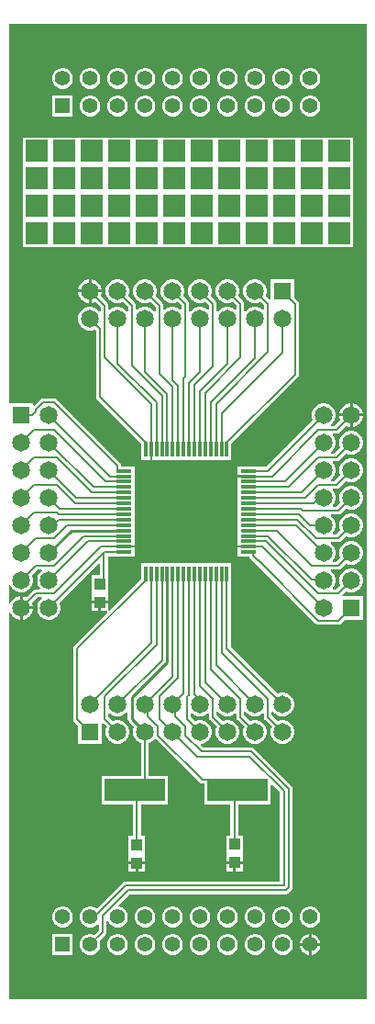
<source format=gbr>
%TF.GenerationSoftware,Altium Limited,Altium Designer,23.4.1 (23)*%
G04 Layer_Physical_Order=1*
G04 Layer_Color=255*
%FSLAX45Y45*%
%MOMM*%
%TF.SameCoordinates,6CFBE55C-8612-4E24-A10C-01F6C23EBCE3*%
%TF.FilePolarity,Positive*%
%TF.FileFunction,Copper,L1,Top,Signal*%
%TF.Part,Single*%
G01*
G75*
%TA.AperFunction,SMDPad,CuDef*%
%ADD10R,1.00000X1.10000*%
%ADD11R,1.47500X0.30000*%
%ADD12R,0.30000X1.47500*%
%ADD13R,5.60000X2.10000*%
%TA.AperFunction,Conductor*%
%ADD14C,0.25400*%
%ADD15C,0.20000*%
%TA.AperFunction,ComponentPad*%
%ADD16C,1.65000*%
%ADD17R,1.65000X1.65000*%
%ADD18R,1.65000X1.65000*%
%TA.AperFunction,ViaPad*%
%ADD19R,2.00000X2.00000*%
%TA.AperFunction,ComponentPad*%
%ADD20R,1.39000X1.39000*%
%ADD21C,1.39000*%
G36*
X3314700Y0D02*
X12700D01*
Y3571610D01*
X25400Y3573282D01*
X26453Y3569352D01*
X40659Y3544748D01*
X60748Y3524658D01*
X85352Y3510453D01*
X112795Y3503100D01*
X114300D01*
Y3611000D01*
X127000D01*
D01*
X114300D01*
Y3718900D01*
X112795D01*
X85352Y3711547D01*
X60748Y3697341D01*
X40659Y3677252D01*
X26453Y3652648D01*
X25400Y3648718D01*
X12700Y3650390D01*
Y3825610D01*
X25400Y3827282D01*
X26453Y3823352D01*
X40659Y3798748D01*
X60748Y3778658D01*
X85352Y3764453D01*
X112795Y3757100D01*
X141205D01*
X168648Y3764453D01*
X193252Y3778658D01*
X213341Y3798748D01*
X227547Y3823352D01*
X234900Y3850795D01*
Y3879205D01*
X227547Y3906648D01*
X224672Y3911628D01*
X278050Y3965007D01*
X313882D01*
X317169Y3952739D01*
X314748Y3951341D01*
X294659Y3931252D01*
X280453Y3906648D01*
X273100Y3879205D01*
Y3850795D01*
X280453Y3823352D01*
X294659Y3798748D01*
X298480Y3794927D01*
X293619Y3783193D01*
X263100D01*
X249288Y3780446D01*
X237578Y3772622D01*
X173628Y3708672D01*
X168648Y3711547D01*
X141205Y3718900D01*
X139700D01*
Y3623700D01*
X234900D01*
Y3625205D01*
X227547Y3652648D01*
X224672Y3657628D01*
X278050Y3711007D01*
X313882D01*
X317169Y3698739D01*
X314748Y3697341D01*
X294659Y3677252D01*
X280453Y3652648D01*
X273100Y3625205D01*
Y3596795D01*
X280453Y3569352D01*
X294659Y3544748D01*
X314748Y3524658D01*
X339352Y3510453D01*
X366795Y3503100D01*
X395205D01*
X422648Y3510453D01*
X447252Y3524658D01*
X467341Y3544748D01*
X481547Y3569352D01*
X488900Y3596795D01*
Y3625205D01*
X481547Y3652648D01*
X478672Y3657628D01*
X843073Y4022030D01*
X854807Y4017169D01*
Y3911900D01*
X775500D01*
Y3754600D01*
X775500Y3751100D01*
Y3741900D01*
X775500Y3738400D01*
Y3674200D01*
X850900D01*
X926300D01*
Y3738400D01*
X926300Y3741900D01*
Y3751100D01*
X926300Y3754600D01*
Y3868013D01*
X926994Y3871500D01*
Y4088906D01*
X977050D01*
Y4084600D01*
X1175350D01*
Y4134600D01*
Y4165405D01*
X1076200D01*
Y4184595D01*
X1175350D01*
Y4234600D01*
Y4334600D01*
Y4434600D01*
Y4534600D01*
Y4634600D01*
Y4734600D01*
Y4834600D01*
Y4915400D01*
X1048543D01*
Y4924286D01*
X1045796Y4938098D01*
X1037972Y4949807D01*
X455357Y5532422D01*
X443648Y5540246D01*
X429836Y5542993D01*
X332164D01*
X318352Y5540246D01*
X306643Y5532422D01*
X247600Y5473379D01*
X234900Y5478640D01*
Y5496900D01*
X25400D01*
X19100Y5496900D01*
X12700Y5506949D01*
Y8991600D01*
X3314700D01*
Y0D01*
D02*
G37*
%LPC*%
G36*
X2806494Y8586900D02*
X2781506D01*
X2757370Y8580433D01*
X2735730Y8567939D01*
X2718061Y8550270D01*
X2705567Y8528630D01*
X2699100Y8504494D01*
Y8479506D01*
X2705567Y8455370D01*
X2718061Y8433730D01*
X2735730Y8416061D01*
X2757370Y8403567D01*
X2781506Y8397100D01*
X2806494D01*
X2830630Y8403567D01*
X2852270Y8416061D01*
X2869939Y8433730D01*
X2882433Y8455370D01*
X2888900Y8479506D01*
Y8504494D01*
X2882433Y8528630D01*
X2869939Y8550270D01*
X2852270Y8567939D01*
X2830630Y8580433D01*
X2806494Y8586900D01*
D02*
G37*
G36*
X2552494D02*
X2527506D01*
X2503370Y8580433D01*
X2481730Y8567939D01*
X2464061Y8550270D01*
X2451567Y8528630D01*
X2445100Y8504494D01*
Y8479506D01*
X2451567Y8455370D01*
X2464061Y8433730D01*
X2481730Y8416061D01*
X2503370Y8403567D01*
X2527506Y8397100D01*
X2552494D01*
X2576630Y8403567D01*
X2598270Y8416061D01*
X2615939Y8433730D01*
X2628433Y8455370D01*
X2634900Y8479506D01*
Y8504494D01*
X2628433Y8528630D01*
X2615939Y8550270D01*
X2598270Y8567939D01*
X2576630Y8580433D01*
X2552494Y8586900D01*
D02*
G37*
G36*
X2298494D02*
X2273506D01*
X2249370Y8580433D01*
X2227730Y8567939D01*
X2210061Y8550270D01*
X2197567Y8528630D01*
X2191100Y8504494D01*
Y8479506D01*
X2197567Y8455370D01*
X2210061Y8433730D01*
X2227730Y8416061D01*
X2249370Y8403567D01*
X2273506Y8397100D01*
X2298494D01*
X2322630Y8403567D01*
X2344270Y8416061D01*
X2361939Y8433730D01*
X2374433Y8455370D01*
X2380900Y8479506D01*
Y8504494D01*
X2374433Y8528630D01*
X2361939Y8550270D01*
X2344270Y8567939D01*
X2322630Y8580433D01*
X2298494Y8586900D01*
D02*
G37*
G36*
X2044494D02*
X2019506D01*
X1995370Y8580433D01*
X1973730Y8567939D01*
X1956061Y8550270D01*
X1943567Y8528630D01*
X1937100Y8504494D01*
Y8479506D01*
X1943567Y8455370D01*
X1956061Y8433730D01*
X1973730Y8416061D01*
X1995370Y8403567D01*
X2019506Y8397100D01*
X2044494D01*
X2068630Y8403567D01*
X2090270Y8416061D01*
X2107939Y8433730D01*
X2120433Y8455370D01*
X2126900Y8479506D01*
Y8504494D01*
X2120433Y8528630D01*
X2107939Y8550270D01*
X2090270Y8567939D01*
X2068630Y8580433D01*
X2044494Y8586900D01*
D02*
G37*
G36*
X1790494D02*
X1765506D01*
X1741370Y8580433D01*
X1719730Y8567939D01*
X1702061Y8550270D01*
X1689567Y8528630D01*
X1683100Y8504494D01*
Y8479506D01*
X1689567Y8455370D01*
X1702061Y8433730D01*
X1719730Y8416061D01*
X1741370Y8403567D01*
X1765506Y8397100D01*
X1790494D01*
X1814630Y8403567D01*
X1836270Y8416061D01*
X1853939Y8433730D01*
X1866433Y8455370D01*
X1872900Y8479506D01*
Y8504494D01*
X1866433Y8528630D01*
X1853939Y8550270D01*
X1836270Y8567939D01*
X1814630Y8580433D01*
X1790494Y8586900D01*
D02*
G37*
G36*
X1536494D02*
X1511506D01*
X1487370Y8580433D01*
X1465730Y8567939D01*
X1448061Y8550270D01*
X1435567Y8528630D01*
X1429100Y8504494D01*
Y8479506D01*
X1435567Y8455370D01*
X1448061Y8433730D01*
X1465730Y8416061D01*
X1487370Y8403567D01*
X1511506Y8397100D01*
X1536494D01*
X1560630Y8403567D01*
X1582270Y8416061D01*
X1599939Y8433730D01*
X1612433Y8455370D01*
X1618900Y8479506D01*
Y8504494D01*
X1612433Y8528630D01*
X1599939Y8550270D01*
X1582270Y8567939D01*
X1560630Y8580433D01*
X1536494Y8586900D01*
D02*
G37*
G36*
X1282494D02*
X1257506D01*
X1233370Y8580433D01*
X1211730Y8567939D01*
X1194061Y8550270D01*
X1181567Y8528630D01*
X1175100Y8504494D01*
Y8479506D01*
X1181567Y8455370D01*
X1194061Y8433730D01*
X1211730Y8416061D01*
X1233370Y8403567D01*
X1257506Y8397100D01*
X1282494D01*
X1306630Y8403567D01*
X1328270Y8416061D01*
X1345939Y8433730D01*
X1358433Y8455370D01*
X1364900Y8479506D01*
Y8504494D01*
X1358433Y8528630D01*
X1345939Y8550270D01*
X1328270Y8567939D01*
X1306630Y8580433D01*
X1282494Y8586900D01*
D02*
G37*
G36*
X1028494D02*
X1003506D01*
X979370Y8580433D01*
X957730Y8567939D01*
X940061Y8550270D01*
X927567Y8528630D01*
X921100Y8504494D01*
Y8479506D01*
X927567Y8455370D01*
X940061Y8433730D01*
X957730Y8416061D01*
X979370Y8403567D01*
X1003506Y8397100D01*
X1028494D01*
X1052630Y8403567D01*
X1074270Y8416061D01*
X1091939Y8433730D01*
X1104433Y8455370D01*
X1110900Y8479506D01*
Y8504494D01*
X1104433Y8528630D01*
X1091939Y8550270D01*
X1074270Y8567939D01*
X1052630Y8580433D01*
X1028494Y8586900D01*
D02*
G37*
G36*
X774494D02*
X749506D01*
X725370Y8580433D01*
X703730Y8567939D01*
X686061Y8550270D01*
X673567Y8528630D01*
X667100Y8504494D01*
Y8479506D01*
X673567Y8455370D01*
X686061Y8433730D01*
X703730Y8416061D01*
X725370Y8403567D01*
X749506Y8397100D01*
X774494D01*
X798630Y8403567D01*
X820270Y8416061D01*
X837939Y8433730D01*
X850433Y8455370D01*
X856900Y8479506D01*
Y8504494D01*
X850433Y8528630D01*
X837939Y8550270D01*
X820270Y8567939D01*
X798630Y8580433D01*
X774494Y8586900D01*
D02*
G37*
G36*
X520494D02*
X495506D01*
X471370Y8580433D01*
X449730Y8567939D01*
X432061Y8550270D01*
X419567Y8528630D01*
X413100Y8504494D01*
Y8479506D01*
X419567Y8455370D01*
X432061Y8433730D01*
X449730Y8416061D01*
X471370Y8403567D01*
X495506Y8397100D01*
X520494D01*
X544630Y8403567D01*
X566270Y8416061D01*
X583939Y8433730D01*
X596433Y8455370D01*
X602900Y8479506D01*
Y8504494D01*
X596433Y8528630D01*
X583939Y8550270D01*
X566270Y8567939D01*
X544630Y8580433D01*
X520494Y8586900D01*
D02*
G37*
G36*
X2806494Y8332900D02*
X2781506D01*
X2757370Y8326433D01*
X2735730Y8313939D01*
X2718061Y8296270D01*
X2705567Y8274630D01*
X2699100Y8250494D01*
Y8225506D01*
X2705567Y8201370D01*
X2718061Y8179730D01*
X2735730Y8162061D01*
X2757370Y8149567D01*
X2781506Y8143100D01*
X2806494D01*
X2830630Y8149567D01*
X2852270Y8162061D01*
X2869939Y8179730D01*
X2882433Y8201370D01*
X2888900Y8225506D01*
Y8250494D01*
X2882433Y8274630D01*
X2869939Y8296270D01*
X2852270Y8313939D01*
X2830630Y8326433D01*
X2806494Y8332900D01*
D02*
G37*
G36*
X2552494D02*
X2527506D01*
X2503370Y8326433D01*
X2481730Y8313939D01*
X2464061Y8296270D01*
X2451567Y8274630D01*
X2445100Y8250494D01*
Y8225506D01*
X2451567Y8201370D01*
X2464061Y8179730D01*
X2481730Y8162061D01*
X2503370Y8149567D01*
X2527506Y8143100D01*
X2552494D01*
X2576630Y8149567D01*
X2598270Y8162061D01*
X2615939Y8179730D01*
X2628433Y8201370D01*
X2634900Y8225506D01*
Y8250494D01*
X2628433Y8274630D01*
X2615939Y8296270D01*
X2598270Y8313939D01*
X2576630Y8326433D01*
X2552494Y8332900D01*
D02*
G37*
G36*
X2298494D02*
X2273506D01*
X2249370Y8326433D01*
X2227730Y8313939D01*
X2210061Y8296270D01*
X2197567Y8274630D01*
X2191100Y8250494D01*
Y8225506D01*
X2197567Y8201370D01*
X2210061Y8179730D01*
X2227730Y8162061D01*
X2249370Y8149567D01*
X2273506Y8143100D01*
X2298494D01*
X2322630Y8149567D01*
X2344270Y8162061D01*
X2361939Y8179730D01*
X2374433Y8201370D01*
X2380900Y8225506D01*
Y8250494D01*
X2374433Y8274630D01*
X2361939Y8296270D01*
X2344270Y8313939D01*
X2322630Y8326433D01*
X2298494Y8332900D01*
D02*
G37*
G36*
X2044494D02*
X2019506D01*
X1995370Y8326433D01*
X1973730Y8313939D01*
X1956061Y8296270D01*
X1943567Y8274630D01*
X1937100Y8250494D01*
Y8225506D01*
X1943567Y8201370D01*
X1956061Y8179730D01*
X1973730Y8162061D01*
X1995370Y8149567D01*
X2019506Y8143100D01*
X2044494D01*
X2068630Y8149567D01*
X2090270Y8162061D01*
X2107939Y8179730D01*
X2120433Y8201370D01*
X2126900Y8225506D01*
Y8250494D01*
X2120433Y8274630D01*
X2107939Y8296270D01*
X2090270Y8313939D01*
X2068630Y8326433D01*
X2044494Y8332900D01*
D02*
G37*
G36*
X1790494D02*
X1765506D01*
X1741370Y8326433D01*
X1719730Y8313939D01*
X1702061Y8296270D01*
X1689567Y8274630D01*
X1683100Y8250494D01*
Y8225506D01*
X1689567Y8201370D01*
X1702061Y8179730D01*
X1719730Y8162061D01*
X1741370Y8149567D01*
X1765506Y8143100D01*
X1790494D01*
X1814630Y8149567D01*
X1836270Y8162061D01*
X1853939Y8179730D01*
X1866433Y8201370D01*
X1872900Y8225506D01*
Y8250494D01*
X1866433Y8274630D01*
X1853939Y8296270D01*
X1836270Y8313939D01*
X1814630Y8326433D01*
X1790494Y8332900D01*
D02*
G37*
G36*
X1536494D02*
X1511506D01*
X1487370Y8326433D01*
X1465730Y8313939D01*
X1448061Y8296270D01*
X1435567Y8274630D01*
X1429100Y8250494D01*
Y8225506D01*
X1435567Y8201370D01*
X1448061Y8179730D01*
X1465730Y8162061D01*
X1487370Y8149567D01*
X1511506Y8143100D01*
X1536494D01*
X1560630Y8149567D01*
X1582270Y8162061D01*
X1599939Y8179730D01*
X1612433Y8201370D01*
X1618900Y8225506D01*
Y8250494D01*
X1612433Y8274630D01*
X1599939Y8296270D01*
X1582270Y8313939D01*
X1560630Y8326433D01*
X1536494Y8332900D01*
D02*
G37*
G36*
X1282494D02*
X1257506D01*
X1233370Y8326433D01*
X1211730Y8313939D01*
X1194061Y8296270D01*
X1181567Y8274630D01*
X1175100Y8250494D01*
Y8225506D01*
X1181567Y8201370D01*
X1194061Y8179730D01*
X1211730Y8162061D01*
X1233370Y8149567D01*
X1257506Y8143100D01*
X1282494D01*
X1306630Y8149567D01*
X1328270Y8162061D01*
X1345939Y8179730D01*
X1358433Y8201370D01*
X1364900Y8225506D01*
Y8250494D01*
X1358433Y8274630D01*
X1345939Y8296270D01*
X1328270Y8313939D01*
X1306630Y8326433D01*
X1282494Y8332900D01*
D02*
G37*
G36*
X1028494D02*
X1003506D01*
X979370Y8326433D01*
X957730Y8313939D01*
X940061Y8296270D01*
X927567Y8274630D01*
X921100Y8250494D01*
Y8225506D01*
X927567Y8201370D01*
X940061Y8179730D01*
X957730Y8162061D01*
X979370Y8149567D01*
X1003506Y8143100D01*
X1028494D01*
X1052630Y8149567D01*
X1074270Y8162061D01*
X1091939Y8179730D01*
X1104433Y8201370D01*
X1110900Y8225506D01*
Y8250494D01*
X1104433Y8274630D01*
X1091939Y8296270D01*
X1074270Y8313939D01*
X1052630Y8326433D01*
X1028494Y8332900D01*
D02*
G37*
G36*
X774494D02*
X749506D01*
X725370Y8326433D01*
X703730Y8313939D01*
X686061Y8296270D01*
X673567Y8274630D01*
X667100Y8250494D01*
Y8225506D01*
X673567Y8201370D01*
X686061Y8179730D01*
X703730Y8162061D01*
X725370Y8149567D01*
X749506Y8143100D01*
X774494D01*
X798630Y8149567D01*
X820270Y8162061D01*
X837939Y8179730D01*
X850433Y8201370D01*
X856900Y8225506D01*
Y8250494D01*
X850433Y8274630D01*
X837939Y8296270D01*
X820270Y8313939D01*
X798630Y8326433D01*
X774494Y8332900D01*
D02*
G37*
G36*
X602900D02*
X413100D01*
Y8143100D01*
X602900D01*
Y8332900D01*
D02*
G37*
G36*
X2935300Y7948600D02*
X2922600Y7948600D01*
X2690800D01*
X2681300Y7948600D01*
X2668600Y7948600D01*
X2436800D01*
X2427300Y7948600D01*
X2414600Y7948600D01*
X2182800D01*
X2173300Y7948600D01*
X2160600Y7948600D01*
X1928800D01*
X1919300Y7948600D01*
X1906600Y7948600D01*
X1674800D01*
X1665300Y7948600D01*
X1652600Y7948600D01*
X1420800D01*
X1411300Y7948600D01*
X1398600Y7948600D01*
X1166800D01*
X1157300Y7948600D01*
X1144600Y7948600D01*
X912800D01*
X903300Y7948600D01*
X890600Y7948600D01*
X658800D01*
X649300Y7948600D01*
X636600Y7948600D01*
X404800D01*
X395300Y7948600D01*
X382600Y7948600D01*
X141300D01*
Y7707300D01*
X141300Y7697800D01*
X141300Y7685100D01*
Y7453300D01*
X141300Y7443800D01*
X141300Y7431100D01*
Y7199300D01*
X141300Y7189800D01*
X141300Y7177100D01*
Y6935800D01*
X382600D01*
X392100Y6935800D01*
X404800Y6935800D01*
X636600D01*
X646100Y6935800D01*
X658800Y6935800D01*
X890600D01*
X900100Y6935800D01*
X912800Y6935800D01*
X1144600D01*
X1154100Y6935800D01*
X1166800Y6935800D01*
X1398600D01*
X1408100Y6935800D01*
X1420800Y6935800D01*
X1652600D01*
X1662100Y6935800D01*
X1674800Y6935800D01*
X1906600D01*
X1916100Y6935800D01*
X1928800Y6935800D01*
X2160600D01*
X2170100Y6935800D01*
X2182800Y6935800D01*
X2414600D01*
X2424100Y6935800D01*
X2436800Y6935800D01*
X2668600D01*
X2678100Y6935800D01*
X2690800Y6935800D01*
X2922600D01*
X2932100Y6935800D01*
X2944800Y6935800D01*
X3186100D01*
Y7177100D01*
X3186100Y7186600D01*
X3186100Y7199300D01*
Y7431100D01*
X3186100Y7440600D01*
X3186100Y7453300D01*
Y7685100D01*
X3186100Y7694600D01*
X3186100Y7707300D01*
Y7948600D01*
X2944800D01*
X2935300Y7948600D01*
D02*
G37*
G36*
X775205Y6639900D02*
X773700D01*
Y6544700D01*
X868900D01*
Y6546205D01*
X861547Y6573648D01*
X847341Y6598252D01*
X827252Y6618341D01*
X802648Y6632547D01*
X775205Y6639900D01*
D02*
G37*
G36*
X748300D02*
X746795D01*
X719352Y6632547D01*
X694748Y6618341D01*
X674659Y6598252D01*
X660453Y6573648D01*
X653100Y6546205D01*
Y6544700D01*
X748300D01*
Y6639900D01*
D02*
G37*
G36*
X2646900D02*
X2431100D01*
Y6454904D01*
X2418400Y6449644D01*
X2382672Y6485372D01*
X2385547Y6490352D01*
X2392900Y6517795D01*
Y6546205D01*
X2385547Y6573648D01*
X2371341Y6598252D01*
X2351252Y6618341D01*
X2326648Y6632547D01*
X2299205Y6639900D01*
X2270795D01*
X2243352Y6632547D01*
X2218748Y6618341D01*
X2198659Y6598252D01*
X2184453Y6573648D01*
X2177100Y6546205D01*
Y6517795D01*
X2184453Y6490352D01*
X2198659Y6465748D01*
X2218748Y6445658D01*
X2243352Y6431453D01*
X2270795Y6424100D01*
X2299205D01*
X2326648Y6431453D01*
X2331628Y6434328D01*
X2366807Y6399150D01*
Y6365380D01*
X2355073Y6360520D01*
X2351252Y6364341D01*
X2326648Y6378547D01*
X2299205Y6385900D01*
X2270795D01*
X2243352Y6378547D01*
X2218748Y6364341D01*
X2198659Y6344252D01*
X2197261Y6341831D01*
X2184993Y6345118D01*
Y6414100D01*
X2182246Y6427912D01*
X2174422Y6439622D01*
X2128672Y6485372D01*
X2131547Y6490352D01*
X2138900Y6517795D01*
Y6546205D01*
X2131547Y6573648D01*
X2117341Y6598252D01*
X2097252Y6618341D01*
X2072648Y6632547D01*
X2045205Y6639900D01*
X2016795D01*
X1989352Y6632547D01*
X1964748Y6618341D01*
X1944659Y6598252D01*
X1930453Y6573648D01*
X1923100Y6546205D01*
Y6517795D01*
X1930453Y6490352D01*
X1944659Y6465748D01*
X1964748Y6445658D01*
X1989352Y6431453D01*
X2016795Y6424100D01*
X2045205D01*
X2072648Y6431453D01*
X2077628Y6434328D01*
X2112807Y6399150D01*
Y6365380D01*
X2101073Y6360520D01*
X2097252Y6364341D01*
X2072648Y6378547D01*
X2045205Y6385900D01*
X2016795D01*
X1989352Y6378547D01*
X1964748Y6364341D01*
X1944659Y6344252D01*
X1943261Y6341831D01*
X1930993Y6345118D01*
Y6414100D01*
X1928246Y6427912D01*
X1920422Y6439622D01*
X1874672Y6485372D01*
X1877547Y6490352D01*
X1884900Y6517795D01*
Y6546205D01*
X1877547Y6573648D01*
X1863341Y6598252D01*
X1843252Y6618341D01*
X1818648Y6632547D01*
X1791205Y6639900D01*
X1762795D01*
X1735352Y6632547D01*
X1710748Y6618341D01*
X1690659Y6598252D01*
X1676453Y6573648D01*
X1669100Y6546205D01*
Y6517795D01*
X1676453Y6490352D01*
X1690659Y6465748D01*
X1710748Y6445658D01*
X1735352Y6431453D01*
X1762795Y6424100D01*
X1791205D01*
X1818648Y6431453D01*
X1823628Y6434328D01*
X1858807Y6399150D01*
Y6365380D01*
X1847073Y6360520D01*
X1843252Y6364341D01*
X1818648Y6378547D01*
X1791205Y6385900D01*
X1762795D01*
X1735352Y6378547D01*
X1710748Y6364341D01*
X1690659Y6344252D01*
X1689261Y6341831D01*
X1676993Y6345118D01*
Y6414100D01*
X1674246Y6427912D01*
X1666422Y6439622D01*
X1620672Y6485372D01*
X1623547Y6490352D01*
X1630900Y6517795D01*
Y6546205D01*
X1623547Y6573648D01*
X1609341Y6598252D01*
X1589252Y6618341D01*
X1564648Y6632547D01*
X1537205Y6639900D01*
X1508795D01*
X1481352Y6632547D01*
X1456748Y6618341D01*
X1436659Y6598252D01*
X1422453Y6573648D01*
X1415100Y6546205D01*
Y6517795D01*
X1422453Y6490352D01*
X1436659Y6465748D01*
X1456748Y6445658D01*
X1481352Y6431453D01*
X1508795Y6424100D01*
X1537205D01*
X1564648Y6431453D01*
X1569628Y6434328D01*
X1604807Y6399150D01*
Y6365380D01*
X1593073Y6360520D01*
X1589252Y6364341D01*
X1564648Y6378547D01*
X1537205Y6385900D01*
X1508795D01*
X1481352Y6378547D01*
X1456748Y6364341D01*
X1452927Y6360520D01*
X1441193Y6365380D01*
Y6395900D01*
X1438446Y6409712D01*
X1430622Y6421422D01*
X1366672Y6485372D01*
X1369547Y6490352D01*
X1376900Y6517795D01*
Y6546205D01*
X1369547Y6573648D01*
X1355341Y6598252D01*
X1335252Y6618341D01*
X1310648Y6632547D01*
X1283205Y6639900D01*
X1254795D01*
X1227352Y6632547D01*
X1202748Y6618341D01*
X1182659Y6598252D01*
X1168453Y6573648D01*
X1161100Y6546205D01*
Y6517795D01*
X1168453Y6490352D01*
X1182659Y6465748D01*
X1202748Y6445658D01*
X1227352Y6431453D01*
X1254795Y6424100D01*
X1283205D01*
X1310648Y6431453D01*
X1315628Y6434328D01*
X1369007Y6380949D01*
Y6345118D01*
X1356739Y6341831D01*
X1355341Y6344252D01*
X1335252Y6364341D01*
X1310648Y6378547D01*
X1283205Y6385900D01*
X1254795D01*
X1227352Y6378547D01*
X1202748Y6364341D01*
X1198927Y6360520D01*
X1187193Y6365380D01*
Y6395900D01*
X1184446Y6409712D01*
X1176622Y6421422D01*
X1112672Y6485372D01*
X1115547Y6490352D01*
X1122900Y6517795D01*
Y6546205D01*
X1115547Y6573648D01*
X1101341Y6598252D01*
X1081252Y6618341D01*
X1056648Y6632547D01*
X1029205Y6639900D01*
X1000795D01*
X973352Y6632547D01*
X948748Y6618341D01*
X928659Y6598252D01*
X914453Y6573648D01*
X907100Y6546205D01*
Y6517795D01*
X914453Y6490352D01*
X928659Y6465748D01*
X948748Y6445658D01*
X973352Y6431453D01*
X1000795Y6424100D01*
X1029205D01*
X1056648Y6431453D01*
X1061628Y6434328D01*
X1115007Y6380949D01*
Y6345118D01*
X1102739Y6341831D01*
X1101341Y6344252D01*
X1081252Y6364341D01*
X1056648Y6378547D01*
X1029205Y6385900D01*
X1000795D01*
X973352Y6378547D01*
X948748Y6364341D01*
X944927Y6360520D01*
X933193Y6365380D01*
Y6395900D01*
X930446Y6409712D01*
X922622Y6421422D01*
X858672Y6485372D01*
X861547Y6490352D01*
X868900Y6517795D01*
Y6519300D01*
X773700D01*
Y6424100D01*
X775205D01*
X802648Y6431453D01*
X807628Y6434328D01*
X861007Y6380949D01*
Y6345118D01*
X848739Y6341831D01*
X847341Y6344252D01*
X827252Y6364341D01*
X802648Y6378547D01*
X775205Y6385900D01*
X746795D01*
X719352Y6378547D01*
X694748Y6364341D01*
X674659Y6344252D01*
X660453Y6319648D01*
X653100Y6292205D01*
Y6263795D01*
X660453Y6236352D01*
X674659Y6211748D01*
X694748Y6191658D01*
X719352Y6177453D01*
X746795Y6170100D01*
X775205D01*
X802648Y6177453D01*
X805766Y6179254D01*
X815607Y6171452D01*
Y5555850D01*
X818354Y5542038D01*
X826178Y5530328D01*
X1234600Y5121906D01*
Y4974650D01*
X1315405D01*
Y5073800D01*
X1334595D01*
Y4974650D01*
X2065400D01*
Y5121906D01*
X2682422Y5738928D01*
X2690246Y5750637D01*
X2692993Y5764450D01*
Y6414100D01*
X2690246Y6427912D01*
X2682422Y6439622D01*
X2646900Y6475144D01*
Y6639900D01*
D02*
G37*
G36*
X748300Y6519300D02*
X653100D01*
Y6517795D01*
X660453Y6490352D01*
X674659Y6465748D01*
X694748Y6445658D01*
X719352Y6431453D01*
X746795Y6424100D01*
X748300D01*
Y6519300D01*
D02*
G37*
G36*
X3187205Y5496900D02*
X3185700D01*
Y5401700D01*
X3280900D01*
Y5403205D01*
X3273547Y5430648D01*
X3259341Y5455252D01*
X3239252Y5475341D01*
X3214648Y5489547D01*
X3187205Y5496900D01*
D02*
G37*
G36*
X3160300D02*
X3158795D01*
X3131352Y5489547D01*
X3106748Y5475341D01*
X3086659Y5455252D01*
X3072453Y5430648D01*
X3065100Y5403205D01*
Y5401700D01*
X3160300D01*
Y5496900D01*
D02*
G37*
G36*
X3280900Y5376300D02*
X3185700D01*
Y5281100D01*
X3187205D01*
X3214648Y5288453D01*
X3239252Y5302658D01*
X3259341Y5322748D01*
X3273547Y5347352D01*
X3280900Y5374795D01*
Y5376300D01*
D02*
G37*
G36*
X2933205Y5496900D02*
X2904795D01*
X2877352Y5489547D01*
X2852748Y5475341D01*
X2832659Y5455252D01*
X2818453Y5430648D01*
X2811100Y5403205D01*
Y5374795D01*
X2818453Y5347352D01*
X2821328Y5342372D01*
X2390050Y4911093D01*
X2322950D01*
Y4915400D01*
X2124650D01*
Y4834600D01*
Y4834595D01*
X2223800D01*
Y4815405D01*
X2124650D01*
Y4784600D01*
Y4684600D01*
Y4584600D01*
Y4484600D01*
Y4384600D01*
Y4284600D01*
Y4184600D01*
Y4184595D01*
X2223800D01*
Y4165405D01*
X2124650D01*
Y4084600D01*
X2235208D01*
X2236540Y4077903D01*
X2244364Y4066194D01*
X2286960Y4023597D01*
X2291972Y4020249D01*
X2844643Y3467578D01*
X2856352Y3459754D01*
X2870164Y3457007D01*
X3055100D01*
X3068912Y3459754D01*
X3080622Y3467578D01*
X3116144Y3503100D01*
X3280900D01*
Y3718900D01*
X3095904D01*
X3090644Y3731600D01*
X3126372Y3767328D01*
X3131352Y3764453D01*
X3158795Y3757100D01*
X3187205D01*
X3214648Y3764453D01*
X3239252Y3778658D01*
X3259341Y3798748D01*
X3273547Y3823352D01*
X3280900Y3850795D01*
Y3879205D01*
X3273547Y3906648D01*
X3259341Y3931252D01*
X3239252Y3951341D01*
X3214648Y3965547D01*
X3187205Y3972900D01*
X3158795D01*
X3131352Y3965547D01*
X3106748Y3951341D01*
X3086659Y3931252D01*
X3072453Y3906648D01*
X3065100Y3879205D01*
Y3850795D01*
X3072453Y3823352D01*
X3075328Y3818372D01*
X3040150Y3783193D01*
X3006381D01*
X3001520Y3794927D01*
X3005341Y3798748D01*
X3019547Y3823352D01*
X3026900Y3850795D01*
Y3879205D01*
X3019547Y3906648D01*
X3005341Y3931252D01*
X2985252Y3951341D01*
X2982831Y3952739D01*
X2986118Y3965007D01*
X3055100D01*
X3068912Y3967754D01*
X3080622Y3975578D01*
X3126372Y4021328D01*
X3131352Y4018453D01*
X3158795Y4011100D01*
X3187205D01*
X3214648Y4018453D01*
X3239252Y4032658D01*
X3259341Y4052748D01*
X3273547Y4077352D01*
X3280900Y4104795D01*
Y4133205D01*
X3273547Y4160648D01*
X3259341Y4185252D01*
X3239252Y4205341D01*
X3214648Y4219547D01*
X3187205Y4226900D01*
X3158795D01*
X3131352Y4219547D01*
X3106748Y4205341D01*
X3086659Y4185252D01*
X3072453Y4160648D01*
X3065100Y4133205D01*
Y4104795D01*
X3072453Y4077352D01*
X3075328Y4072372D01*
X3040150Y4037193D01*
X3006381D01*
X3001520Y4048927D01*
X3005341Y4052748D01*
X3019547Y4077352D01*
X3026900Y4104795D01*
Y4133205D01*
X3019547Y4160648D01*
X3005341Y4185252D01*
X2985252Y4205341D01*
X2982831Y4206739D01*
X2986118Y4219007D01*
X3055100D01*
X3068912Y4221754D01*
X3080622Y4229578D01*
X3126372Y4275328D01*
X3131352Y4272453D01*
X3158795Y4265100D01*
X3187205D01*
X3214648Y4272453D01*
X3239252Y4286658D01*
X3259341Y4306748D01*
X3273547Y4331352D01*
X3280900Y4358795D01*
Y4387205D01*
X3273547Y4414648D01*
X3259341Y4439252D01*
X3239252Y4459341D01*
X3214648Y4473547D01*
X3187205Y4480900D01*
X3158795D01*
X3131352Y4473547D01*
X3106748Y4459341D01*
X3086659Y4439252D01*
X3072453Y4414648D01*
X3065100Y4387205D01*
Y4358795D01*
X3072453Y4331352D01*
X3075328Y4326372D01*
X3040150Y4291193D01*
X3006381D01*
X3001520Y4302927D01*
X3005341Y4306748D01*
X3019547Y4331352D01*
X3026900Y4358795D01*
Y4387205D01*
X3019547Y4414648D01*
X3005341Y4439252D01*
X2985252Y4459341D01*
X2982831Y4460739D01*
X2986118Y4473007D01*
X3055100D01*
X3068912Y4475754D01*
X3080622Y4483578D01*
X3126372Y4529328D01*
X3131352Y4526453D01*
X3158795Y4519100D01*
X3187205D01*
X3214648Y4526453D01*
X3239252Y4540658D01*
X3259341Y4560748D01*
X3273547Y4585352D01*
X3280900Y4612795D01*
Y4641205D01*
X3273547Y4668648D01*
X3259341Y4693252D01*
X3239252Y4713341D01*
X3214648Y4727547D01*
X3187205Y4734900D01*
X3158795D01*
X3131352Y4727547D01*
X3106748Y4713341D01*
X3086659Y4693252D01*
X3072453Y4668648D01*
X3065100Y4641205D01*
Y4612795D01*
X3072453Y4585352D01*
X3075328Y4580372D01*
X3040150Y4545193D01*
X3006381D01*
X3001520Y4556927D01*
X3005341Y4560748D01*
X3019547Y4585352D01*
X3026900Y4612795D01*
Y4641205D01*
X3019547Y4668648D01*
X3005341Y4693252D01*
X3001520Y4697073D01*
X3006381Y4708806D01*
X3036900D01*
X3050712Y4711554D01*
X3062422Y4719378D01*
X3126372Y4783328D01*
X3131352Y4780453D01*
X3158795Y4773100D01*
X3187205D01*
X3214648Y4780453D01*
X3239252Y4794658D01*
X3259341Y4814748D01*
X3273547Y4839352D01*
X3280900Y4866795D01*
Y4895205D01*
X3273547Y4922648D01*
X3259341Y4947252D01*
X3239252Y4967341D01*
X3214648Y4981547D01*
X3187205Y4988900D01*
X3158795D01*
X3131352Y4981547D01*
X3106748Y4967341D01*
X3086659Y4947252D01*
X3072453Y4922648D01*
X3065100Y4895205D01*
Y4866795D01*
X3072453Y4839352D01*
X3075328Y4834372D01*
X3021950Y4780993D01*
X2986118D01*
X2982831Y4793261D01*
X2985252Y4794658D01*
X3005341Y4814748D01*
X3019547Y4839352D01*
X3026900Y4866795D01*
Y4895205D01*
X3019547Y4922648D01*
X3005341Y4947252D01*
X3001520Y4951073D01*
X3006381Y4962806D01*
X3036900D01*
X3050712Y4965554D01*
X3062422Y4973378D01*
X3126372Y5037328D01*
X3131352Y5034453D01*
X3158795Y5027100D01*
X3187205D01*
X3214648Y5034453D01*
X3239252Y5048658D01*
X3259341Y5068748D01*
X3273547Y5093352D01*
X3280900Y5120795D01*
Y5149205D01*
X3273547Y5176648D01*
X3259341Y5201252D01*
X3239252Y5221341D01*
X3214648Y5235547D01*
X3187205Y5242900D01*
X3158795D01*
X3131352Y5235547D01*
X3106748Y5221341D01*
X3086659Y5201252D01*
X3072453Y5176648D01*
X3065100Y5149205D01*
Y5120795D01*
X3072453Y5093352D01*
X3075328Y5088372D01*
X3021950Y5034993D01*
X2986118D01*
X2982831Y5047261D01*
X2985252Y5048658D01*
X3005341Y5068748D01*
X3019547Y5093352D01*
X3026900Y5120795D01*
Y5149205D01*
X3019547Y5176648D01*
X3005341Y5201252D01*
X3001520Y5205073D01*
X3006381Y5216806D01*
X3036900D01*
X3050712Y5219554D01*
X3062422Y5227378D01*
X3126372Y5291328D01*
X3131352Y5288453D01*
X3158795Y5281100D01*
X3160300D01*
Y5376300D01*
X3065100D01*
Y5374795D01*
X3072453Y5347352D01*
X3075328Y5342372D01*
X3021950Y5288993D01*
X2986118D01*
X2982831Y5301261D01*
X2985252Y5302658D01*
X3005341Y5322748D01*
X3019547Y5347352D01*
X3026900Y5374795D01*
Y5403205D01*
X3019547Y5430648D01*
X3005341Y5455252D01*
X2985252Y5475341D01*
X2960648Y5489547D01*
X2933205Y5496900D01*
D02*
G37*
G36*
X2065400Y4025350D02*
X1234600D01*
Y3878094D01*
X939000Y3582493D01*
X926300Y3587754D01*
X926300Y3591039D01*
X926300Y3591039D01*
X926300Y3591044D01*
Y3648800D01*
X863600D01*
Y3581100D01*
X916356Y3581100D01*
X916360D01*
X916361D01*
X919646Y3581100D01*
X921813Y3575866D01*
X924906Y3568400D01*
X617578Y3261072D01*
X609754Y3249362D01*
X607007Y3235550D01*
Y2585900D01*
X609754Y2572088D01*
X617578Y2560378D01*
X653100Y2524856D01*
Y2360100D01*
X868900D01*
Y2545095D01*
X881600Y2550356D01*
X917328Y2514628D01*
X914453Y2509648D01*
X907100Y2482205D01*
Y2453795D01*
X914453Y2426352D01*
X928659Y2401748D01*
X948748Y2381658D01*
X973352Y2367453D01*
X1000795Y2360100D01*
X1029205D01*
X1056648Y2367453D01*
X1081252Y2381658D01*
X1101341Y2401748D01*
X1115547Y2426352D01*
X1122900Y2453795D01*
Y2482205D01*
X1115547Y2509648D01*
X1101341Y2534252D01*
X1081252Y2554341D01*
X1056648Y2568547D01*
X1029205Y2575900D01*
X1000795D01*
X973352Y2568547D01*
X968372Y2565672D01*
X933193Y2600850D01*
Y2634619D01*
X944927Y2639480D01*
X948748Y2635658D01*
X973352Y2621453D01*
X1000795Y2614100D01*
X1029205D01*
X1056648Y2621453D01*
X1081252Y2635658D01*
X1096854Y2651260D01*
X1109554Y2645999D01*
Y2588600D01*
X1112511Y2573734D01*
X1120931Y2561131D01*
X1169903Y2512160D01*
X1168453Y2509648D01*
X1161100Y2482205D01*
Y2453795D01*
X1168453Y2426352D01*
X1182659Y2401748D01*
X1202748Y2381658D01*
X1227352Y2367453D01*
X1232907Y2365965D01*
Y2060800D01*
X869600D01*
Y1800000D01*
X1157707D01*
Y1507700D01*
X1118400D01*
Y1350400D01*
X1118400Y1346900D01*
Y1337700D01*
X1118400Y1334200D01*
Y1270000D01*
X1193800D01*
X1269200D01*
Y1334200D01*
X1269200Y1337700D01*
Y1346900D01*
X1269200Y1350400D01*
Y1507700D01*
X1229893D01*
Y1800000D01*
X1480400D01*
Y2060800D01*
X1305093D01*
Y2365965D01*
X1310648Y2367453D01*
X1335252Y2381658D01*
X1355341Y2401748D01*
X1370543Y2402677D01*
X1773342Y1999878D01*
X1785052Y1992054D01*
X1798864Y1989307D01*
X1819600D01*
Y1800000D01*
X2059407D01*
Y1511600D01*
X2020100D01*
Y1354300D01*
X2020100Y1350800D01*
Y1341600D01*
X2020100Y1338100D01*
Y1273900D01*
X2095500D01*
X2170900D01*
Y1338100D01*
X2170900Y1341600D01*
Y1350800D01*
X2170900Y1354300D01*
Y1511600D01*
X2131593D01*
Y1800000D01*
X2430400D01*
Y1977718D01*
X2442133Y1982578D01*
X2515035Y1909677D01*
Y1088621D01*
X1093972D01*
X1080160Y1085874D01*
X1068450Y1078050D01*
X824305Y833904D01*
X820270Y837939D01*
X798630Y850433D01*
X774494Y856900D01*
X749506D01*
X725370Y850433D01*
X703730Y837939D01*
X686061Y820270D01*
X673567Y798630D01*
X667100Y774494D01*
Y749506D01*
X673567Y725370D01*
X686061Y703730D01*
X703730Y686061D01*
X725370Y673567D01*
X749506Y667100D01*
X774494D01*
X798630Y673567D01*
X820270Y686061D01*
X829866Y695657D01*
X842566Y690397D01*
Y639610D01*
X799111Y596155D01*
X798630Y596433D01*
X774494Y602900D01*
X749506D01*
X725370Y596433D01*
X703730Y583939D01*
X686061Y566270D01*
X673567Y544630D01*
X667100Y520494D01*
Y495506D01*
X673567Y471370D01*
X686061Y449730D01*
X703730Y432061D01*
X725370Y419567D01*
X749506Y413100D01*
X774494D01*
X798630Y419567D01*
X820270Y432061D01*
X837939Y449730D01*
X850433Y471370D01*
X856900Y495506D01*
Y520494D01*
X850433Y544630D01*
X850155Y545111D01*
X904182Y599138D01*
X912006Y610847D01*
X914753Y624660D01*
Y724124D01*
X927453Y725796D01*
X927567Y725370D01*
X940061Y703730D01*
X957730Y686061D01*
X979370Y673567D01*
X1003506Y667100D01*
X1028494D01*
X1052630Y673567D01*
X1074270Y686061D01*
X1091939Y703730D01*
X1104433Y725370D01*
X1110900Y749506D01*
Y774494D01*
X1104433Y798630D01*
X1091939Y820270D01*
X1074270Y837939D01*
X1052630Y850433D01*
X1030907Y856253D01*
X1024963Y868270D01*
X1127727Y971034D01*
X2569933D01*
X2583745Y973782D01*
X2595455Y981606D01*
X2622050Y1008201D01*
X2629874Y1019910D01*
X2632621Y1033723D01*
Y1943432D01*
X2629874Y1957244D01*
X2622050Y1968954D01*
X2556650Y2034354D01*
X2277077Y2313927D01*
X2265367Y2321751D01*
X2251555Y2324499D01*
X1804809D01*
X1780942Y2348367D01*
X1785802Y2360100D01*
X1791205D01*
X1818648Y2367453D01*
X1843252Y2381658D01*
X1863341Y2401748D01*
X1877547Y2426352D01*
X1884900Y2453795D01*
Y2482205D01*
X1877547Y2509648D01*
X1863341Y2534252D01*
X1843252Y2554341D01*
X1818648Y2568547D01*
X1791205Y2575900D01*
X1762795D01*
X1735352Y2568547D01*
X1730372Y2565672D01*
X1695193Y2600850D01*
Y2634619D01*
X1706927Y2639480D01*
X1710748Y2635658D01*
X1735352Y2621453D01*
X1762795Y2614100D01*
X1791205D01*
X1818648Y2621453D01*
X1843252Y2635658D01*
X1847073Y2639480D01*
X1858807Y2634619D01*
Y2604100D01*
X1861554Y2590288D01*
X1869378Y2578578D01*
X1933328Y2514628D01*
X1930453Y2509648D01*
X1923100Y2482205D01*
Y2453795D01*
X1930453Y2426352D01*
X1944659Y2401748D01*
X1964748Y2381658D01*
X1989352Y2367453D01*
X2016795Y2360100D01*
X2045205D01*
X2072648Y2367453D01*
X2097252Y2381658D01*
X2117341Y2401748D01*
X2131547Y2426352D01*
X2138900Y2453795D01*
Y2482205D01*
X2131547Y2509648D01*
X2117341Y2534252D01*
X2097252Y2554341D01*
X2072648Y2568547D01*
X2045205Y2575900D01*
X2016795D01*
X1989352Y2568547D01*
X1984372Y2565672D01*
X1930993Y2619050D01*
Y2654882D01*
X1943261Y2658169D01*
X1944659Y2655748D01*
X1964748Y2635658D01*
X1989352Y2621453D01*
X2016795Y2614100D01*
X2045205D01*
X2072648Y2621453D01*
X2097252Y2635658D01*
X2101073Y2639480D01*
X2112807Y2634619D01*
Y2604100D01*
X2115554Y2590288D01*
X2123378Y2578578D01*
X2187328Y2514628D01*
X2184453Y2509648D01*
X2177100Y2482205D01*
Y2453795D01*
X2184453Y2426352D01*
X2198659Y2401748D01*
X2218748Y2381658D01*
X2243352Y2367453D01*
X2270795Y2360100D01*
X2299205D01*
X2326648Y2367453D01*
X2351252Y2381658D01*
X2371341Y2401748D01*
X2385547Y2426352D01*
X2392900Y2453795D01*
Y2482205D01*
X2385547Y2509648D01*
X2371341Y2534252D01*
X2351252Y2554341D01*
X2326648Y2568547D01*
X2299205Y2575900D01*
X2270795D01*
X2243352Y2568547D01*
X2238372Y2565672D01*
X2184993Y2619050D01*
Y2654882D01*
X2197261Y2658169D01*
X2198659Y2655748D01*
X2218748Y2635658D01*
X2243352Y2621453D01*
X2270795Y2614100D01*
X2299205D01*
X2326648Y2621453D01*
X2351252Y2635658D01*
X2355073Y2639480D01*
X2366807Y2634619D01*
Y2604100D01*
X2369554Y2590288D01*
X2377378Y2578578D01*
X2441328Y2514628D01*
X2438453Y2509648D01*
X2431100Y2482205D01*
Y2453795D01*
X2438453Y2426352D01*
X2452659Y2401748D01*
X2472748Y2381658D01*
X2497352Y2367453D01*
X2524795Y2360100D01*
X2553205D01*
X2580648Y2367453D01*
X2605252Y2381658D01*
X2625341Y2401748D01*
X2639547Y2426352D01*
X2646900Y2453795D01*
Y2482205D01*
X2639547Y2509648D01*
X2625341Y2534252D01*
X2605252Y2554341D01*
X2580648Y2568547D01*
X2553205Y2575900D01*
X2524795D01*
X2497352Y2568547D01*
X2492372Y2565672D01*
X2438993Y2619050D01*
Y2654882D01*
X2451261Y2658169D01*
X2452659Y2655748D01*
X2472748Y2635658D01*
X2497352Y2621453D01*
X2524795Y2614100D01*
X2553205D01*
X2580648Y2621453D01*
X2605252Y2635658D01*
X2625341Y2655748D01*
X2639547Y2680352D01*
X2646900Y2707795D01*
Y2736205D01*
X2639547Y2763648D01*
X2625341Y2788252D01*
X2605252Y2808341D01*
X2580648Y2822547D01*
X2553205Y2829900D01*
X2524795D01*
X2497352Y2822547D01*
X2492372Y2819672D01*
X2061093Y3250950D01*
Y3827050D01*
X2065400D01*
Y4025350D01*
D02*
G37*
G36*
X838200Y3648800D02*
X775500D01*
Y3581100D01*
X838200D01*
Y3648800D01*
D02*
G37*
G36*
X234900Y3598300D02*
X139700D01*
Y3503100D01*
X141205D01*
X168648Y3510453D01*
X193252Y3524658D01*
X213341Y3544748D01*
X227547Y3569352D01*
X234900Y3596795D01*
Y3598300D01*
D02*
G37*
G36*
X2170900Y1248500D02*
X2108200D01*
Y1180800D01*
X2170900D01*
Y1248500D01*
D02*
G37*
G36*
X2082800D02*
X2020100D01*
Y1180800D01*
X2082800D01*
Y1248500D01*
D02*
G37*
G36*
X1269200Y1244600D02*
X1206500D01*
Y1176900D01*
X1269200D01*
Y1244600D01*
D02*
G37*
G36*
X1181100D02*
X1118400D01*
Y1176900D01*
X1181100D01*
Y1244600D01*
D02*
G37*
G36*
X2806494Y856900D02*
X2781506D01*
X2757370Y850433D01*
X2735730Y837939D01*
X2718061Y820270D01*
X2705567Y798630D01*
X2699100Y774494D01*
Y749506D01*
X2705567Y725370D01*
X2718061Y703730D01*
X2735730Y686061D01*
X2757370Y673567D01*
X2781506Y667100D01*
X2806494D01*
X2830630Y673567D01*
X2852270Y686061D01*
X2869939Y703730D01*
X2882433Y725370D01*
X2888900Y749506D01*
Y774494D01*
X2882433Y798630D01*
X2869939Y820270D01*
X2852270Y837939D01*
X2830630Y850433D01*
X2806494Y856900D01*
D02*
G37*
G36*
X2552494D02*
X2527506D01*
X2503370Y850433D01*
X2481730Y837939D01*
X2464061Y820270D01*
X2451567Y798630D01*
X2445100Y774494D01*
Y749506D01*
X2451567Y725370D01*
X2464061Y703730D01*
X2481730Y686061D01*
X2503370Y673567D01*
X2527506Y667100D01*
X2552494D01*
X2576630Y673567D01*
X2598270Y686061D01*
X2615939Y703730D01*
X2628433Y725370D01*
X2634900Y749506D01*
Y774494D01*
X2628433Y798630D01*
X2615939Y820270D01*
X2598270Y837939D01*
X2576630Y850433D01*
X2552494Y856900D01*
D02*
G37*
G36*
X2298494D02*
X2273506D01*
X2249370Y850433D01*
X2227730Y837939D01*
X2210061Y820270D01*
X2197567Y798630D01*
X2191100Y774494D01*
Y749506D01*
X2197567Y725370D01*
X2210061Y703730D01*
X2227730Y686061D01*
X2249370Y673567D01*
X2273506Y667100D01*
X2298494D01*
X2322630Y673567D01*
X2344270Y686061D01*
X2361939Y703730D01*
X2374433Y725370D01*
X2380900Y749506D01*
Y774494D01*
X2374433Y798630D01*
X2361939Y820270D01*
X2344270Y837939D01*
X2322630Y850433D01*
X2298494Y856900D01*
D02*
G37*
G36*
X2044494D02*
X2019506D01*
X1995370Y850433D01*
X1973730Y837939D01*
X1956061Y820270D01*
X1943567Y798630D01*
X1937100Y774494D01*
Y749506D01*
X1943567Y725370D01*
X1956061Y703730D01*
X1973730Y686061D01*
X1995370Y673567D01*
X2019506Y667100D01*
X2044494D01*
X2068630Y673567D01*
X2090270Y686061D01*
X2107939Y703730D01*
X2120433Y725370D01*
X2126900Y749506D01*
Y774494D01*
X2120433Y798630D01*
X2107939Y820270D01*
X2090270Y837939D01*
X2068630Y850433D01*
X2044494Y856900D01*
D02*
G37*
G36*
X1790494D02*
X1765506D01*
X1741370Y850433D01*
X1719730Y837939D01*
X1702061Y820270D01*
X1689567Y798630D01*
X1683100Y774494D01*
Y749506D01*
X1689567Y725370D01*
X1702061Y703730D01*
X1719730Y686061D01*
X1741370Y673567D01*
X1765506Y667100D01*
X1790494D01*
X1814630Y673567D01*
X1836270Y686061D01*
X1853939Y703730D01*
X1866433Y725370D01*
X1872900Y749506D01*
Y774494D01*
X1866433Y798630D01*
X1853939Y820270D01*
X1836270Y837939D01*
X1814630Y850433D01*
X1790494Y856900D01*
D02*
G37*
G36*
X1536494D02*
X1511506D01*
X1487370Y850433D01*
X1465730Y837939D01*
X1448061Y820270D01*
X1435567Y798630D01*
X1429100Y774494D01*
Y749506D01*
X1435567Y725370D01*
X1448061Y703730D01*
X1465730Y686061D01*
X1487370Y673567D01*
X1511506Y667100D01*
X1536494D01*
X1560630Y673567D01*
X1582270Y686061D01*
X1599939Y703730D01*
X1612433Y725370D01*
X1618900Y749506D01*
Y774494D01*
X1612433Y798630D01*
X1599939Y820270D01*
X1582270Y837939D01*
X1560630Y850433D01*
X1536494Y856900D01*
D02*
G37*
G36*
X1282494D02*
X1257506D01*
X1233370Y850433D01*
X1211730Y837939D01*
X1194061Y820270D01*
X1181567Y798630D01*
X1175100Y774494D01*
Y749506D01*
X1181567Y725370D01*
X1194061Y703730D01*
X1211730Y686061D01*
X1233370Y673567D01*
X1257506Y667100D01*
X1282494D01*
X1306630Y673567D01*
X1328270Y686061D01*
X1345939Y703730D01*
X1358433Y725370D01*
X1364900Y749506D01*
Y774494D01*
X1358433Y798630D01*
X1345939Y820270D01*
X1328270Y837939D01*
X1306630Y850433D01*
X1282494Y856900D01*
D02*
G37*
G36*
X520494D02*
X495506D01*
X471370Y850433D01*
X449730Y837939D01*
X432061Y820270D01*
X419567Y798630D01*
X413100Y774494D01*
Y749506D01*
X419567Y725370D01*
X432061Y703730D01*
X449730Y686061D01*
X471370Y673567D01*
X495506Y667100D01*
X520494D01*
X544630Y673567D01*
X566270Y686061D01*
X583939Y703730D01*
X596433Y725370D01*
X602900Y749506D01*
Y774494D01*
X596433Y798630D01*
X583939Y820270D01*
X566270Y837939D01*
X544630Y850433D01*
X520494Y856900D01*
D02*
G37*
G36*
X2806700Y602845D02*
Y520700D01*
X2888845D01*
X2882433Y544630D01*
X2869939Y566270D01*
X2852270Y583939D01*
X2830630Y596433D01*
X2806700Y602845D01*
D02*
G37*
G36*
X2781300D02*
X2757370Y596433D01*
X2735730Y583939D01*
X2718061Y566270D01*
X2705567Y544630D01*
X2699155Y520700D01*
X2781300D01*
Y602845D01*
D02*
G37*
G36*
X2888845Y495300D02*
X2806700D01*
Y413155D01*
X2830630Y419567D01*
X2852270Y432061D01*
X2869939Y449730D01*
X2882433Y471370D01*
X2888845Y495300D01*
D02*
G37*
G36*
X2781300D02*
X2699155D01*
X2705567Y471370D01*
X2718061Y449730D01*
X2735730Y432061D01*
X2757370Y419567D01*
X2781300Y413155D01*
Y495300D01*
D02*
G37*
G36*
X2552494Y602900D02*
X2527506D01*
X2503370Y596433D01*
X2481730Y583939D01*
X2464061Y566270D01*
X2451567Y544630D01*
X2445100Y520494D01*
Y495506D01*
X2451567Y471370D01*
X2464061Y449730D01*
X2481730Y432061D01*
X2503370Y419567D01*
X2527506Y413100D01*
X2552494D01*
X2576630Y419567D01*
X2598270Y432061D01*
X2615939Y449730D01*
X2628433Y471370D01*
X2634900Y495506D01*
Y520494D01*
X2628433Y544630D01*
X2615939Y566270D01*
X2598270Y583939D01*
X2576630Y596433D01*
X2552494Y602900D01*
D02*
G37*
G36*
X2298494D02*
X2273506D01*
X2249370Y596433D01*
X2227730Y583939D01*
X2210061Y566270D01*
X2197567Y544630D01*
X2191100Y520494D01*
Y495506D01*
X2197567Y471370D01*
X2210061Y449730D01*
X2227730Y432061D01*
X2249370Y419567D01*
X2273506Y413100D01*
X2298494D01*
X2322630Y419567D01*
X2344270Y432061D01*
X2361939Y449730D01*
X2374433Y471370D01*
X2380900Y495506D01*
Y520494D01*
X2374433Y544630D01*
X2361939Y566270D01*
X2344270Y583939D01*
X2322630Y596433D01*
X2298494Y602900D01*
D02*
G37*
G36*
X2044494D02*
X2019506D01*
X1995370Y596433D01*
X1973730Y583939D01*
X1956061Y566270D01*
X1943567Y544630D01*
X1937100Y520494D01*
Y495506D01*
X1943567Y471370D01*
X1956061Y449730D01*
X1973730Y432061D01*
X1995370Y419567D01*
X2019506Y413100D01*
X2044494D01*
X2068630Y419567D01*
X2090270Y432061D01*
X2107939Y449730D01*
X2120433Y471370D01*
X2126900Y495506D01*
Y520494D01*
X2120433Y544630D01*
X2107939Y566270D01*
X2090270Y583939D01*
X2068630Y596433D01*
X2044494Y602900D01*
D02*
G37*
G36*
X1790494D02*
X1765506D01*
X1741370Y596433D01*
X1719730Y583939D01*
X1702061Y566270D01*
X1689567Y544630D01*
X1683100Y520494D01*
Y495506D01*
X1689567Y471370D01*
X1702061Y449730D01*
X1719730Y432061D01*
X1741370Y419567D01*
X1765506Y413100D01*
X1790494D01*
X1814630Y419567D01*
X1836270Y432061D01*
X1853939Y449730D01*
X1866433Y471370D01*
X1872900Y495506D01*
Y520494D01*
X1866433Y544630D01*
X1853939Y566270D01*
X1836270Y583939D01*
X1814630Y596433D01*
X1790494Y602900D01*
D02*
G37*
G36*
X1536494D02*
X1511506D01*
X1487370Y596433D01*
X1465730Y583939D01*
X1448061Y566270D01*
X1435567Y544630D01*
X1429100Y520494D01*
Y495506D01*
X1435567Y471370D01*
X1448061Y449730D01*
X1465730Y432061D01*
X1487370Y419567D01*
X1511506Y413100D01*
X1536494D01*
X1560630Y419567D01*
X1582270Y432061D01*
X1599939Y449730D01*
X1612433Y471370D01*
X1618900Y495506D01*
Y520494D01*
X1612433Y544630D01*
X1599939Y566270D01*
X1582270Y583939D01*
X1560630Y596433D01*
X1536494Y602900D01*
D02*
G37*
G36*
X1282494D02*
X1257506D01*
X1233370Y596433D01*
X1211730Y583939D01*
X1194061Y566270D01*
X1181567Y544630D01*
X1175100Y520494D01*
Y495506D01*
X1181567Y471370D01*
X1194061Y449730D01*
X1211730Y432061D01*
X1233370Y419567D01*
X1257506Y413100D01*
X1282494D01*
X1306630Y419567D01*
X1328270Y432061D01*
X1345939Y449730D01*
X1358433Y471370D01*
X1364900Y495506D01*
Y520494D01*
X1358433Y544630D01*
X1345939Y566270D01*
X1328270Y583939D01*
X1306630Y596433D01*
X1282494Y602900D01*
D02*
G37*
G36*
X1028494D02*
X1003506D01*
X979370Y596433D01*
X957730Y583939D01*
X940061Y566270D01*
X927567Y544630D01*
X921100Y520494D01*
Y495506D01*
X927567Y471370D01*
X940061Y449730D01*
X957730Y432061D01*
X979370Y419567D01*
X1003506Y413100D01*
X1028494D01*
X1052630Y419567D01*
X1074270Y432061D01*
X1091939Y449730D01*
X1104433Y471370D01*
X1110900Y495506D01*
Y520494D01*
X1104433Y544630D01*
X1091939Y566270D01*
X1074270Y583939D01*
X1052630Y596433D01*
X1028494Y602900D01*
D02*
G37*
G36*
X448500Y603593D02*
X445014Y602900D01*
X413100D01*
Y570986D01*
X412407Y567500D01*
X413100Y564014D01*
Y413100D01*
X602900D01*
Y602900D01*
X451986D01*
X448500Y603593D01*
D02*
G37*
%LPD*%
D10*
X850900Y3831500D02*
D03*
Y3661500D02*
D03*
X2095500Y1431200D02*
D03*
Y1261200D02*
D03*
X1193800Y1427300D02*
D03*
Y1257300D02*
D03*
D11*
X1076200Y4125000D02*
D03*
Y4175000D02*
D03*
Y4225000D02*
D03*
Y4275000D02*
D03*
Y4325000D02*
D03*
Y4375000D02*
D03*
Y4425000D02*
D03*
Y4475000D02*
D03*
Y4525000D02*
D03*
Y4575000D02*
D03*
Y4625000D02*
D03*
Y4675000D02*
D03*
Y4725000D02*
D03*
Y4775000D02*
D03*
Y4825000D02*
D03*
Y4875000D02*
D03*
X2223800D02*
D03*
Y4825000D02*
D03*
Y4775000D02*
D03*
Y4725000D02*
D03*
Y4675000D02*
D03*
Y4625000D02*
D03*
Y4575000D02*
D03*
Y4525000D02*
D03*
Y4475000D02*
D03*
Y4425000D02*
D03*
Y4375000D02*
D03*
Y4325000D02*
D03*
Y4275000D02*
D03*
Y4225000D02*
D03*
Y4175000D02*
D03*
Y4125000D02*
D03*
D12*
X1275000Y5073800D02*
D03*
X1325000D02*
D03*
X1375000D02*
D03*
X1425000D02*
D03*
X1475000D02*
D03*
X1525000D02*
D03*
X1575000D02*
D03*
X1625000D02*
D03*
X1675000D02*
D03*
X1725000D02*
D03*
X1775000D02*
D03*
X1825000D02*
D03*
X1875000D02*
D03*
X1925000D02*
D03*
X1975000D02*
D03*
X2025000D02*
D03*
Y3926200D02*
D03*
X1975000D02*
D03*
X1925000D02*
D03*
X1875000D02*
D03*
X1825000D02*
D03*
X1775000D02*
D03*
X1725000D02*
D03*
X1675000D02*
D03*
X1625000D02*
D03*
X1575000D02*
D03*
X1525000D02*
D03*
X1475000D02*
D03*
X1425000D02*
D03*
X1375000D02*
D03*
X1325000D02*
D03*
X1275000D02*
D03*
D13*
X1175000Y1930400D02*
D03*
X2125000D02*
D03*
D14*
X587000Y4325000D02*
X1076200D01*
X381000Y4119000D02*
X587000Y4325000D01*
X1475000Y3113976D02*
Y3926200D01*
X1148400Y2787376D02*
X1475000Y3113976D01*
X1148400Y2588600D02*
Y2787376D01*
Y2588600D02*
X1269000Y2468000D01*
D15*
X2531128Y1007128D02*
X2569933D01*
X2596528Y1033723D02*
Y1943432D01*
X2232750Y2243005D02*
X2551128Y1924627D01*
Y1052528D02*
Y1924627D01*
X2569933Y1007128D02*
X2596528Y1033723D01*
X2531128Y2008832D02*
X2596528Y1943432D01*
X2551128Y1052528D02*
X2551128Y1052528D01*
X1954228Y1052528D02*
X2551128D01*
X2251555Y2288405D02*
X2531128Y2008832D01*
X878660Y773010D02*
X1112777Y1007128D01*
X1981783D02*
X2531128D01*
X1112777D02*
X1981783D01*
X803444Y762000D02*
X1093972Y1052528D01*
X1954228D01*
X762000Y762000D02*
X803444D01*
X381000Y3611000D02*
X890900Y4120900D01*
X850900Y3831500D02*
X890900Y3871500D01*
Y4120900D01*
X895000Y4125000D01*
X1076200D01*
X263100Y3747100D02*
X429836D01*
X857735Y4175000D01*
X1076200D01*
X127000Y3611000D02*
X263100Y3747100D01*
X848850Y3833550D02*
X850900Y3831500D01*
X1548235Y2609500D02*
X1640900Y2516835D01*
X1548235Y2609500D02*
Y2696764D01*
X1640900Y2437364D02*
Y2516835D01*
Y2437364D02*
X1789859Y2288405D01*
X2251555D01*
X878660Y624660D02*
Y773010D01*
X1523000Y2722000D02*
X1548235Y2696764D01*
X762000Y508000D02*
X878660Y624660D01*
X1523000Y2468000D02*
X1747994Y2243005D01*
X2232750D01*
X2095500Y1431200D02*
Y1900900D01*
X2125000Y1930400D01*
X1193800Y1427300D02*
Y1911600D01*
X1175000Y1930400D02*
X1193800Y1911600D01*
X1294235Y2609500D02*
X1386900Y2516835D01*
X1269000Y2722000D02*
X1294235Y2696764D01*
X1386900Y2437364D02*
Y2516835D01*
X1294235Y2609500D02*
Y2696764D01*
X1798864Y2025400D02*
X2030000D01*
X1386900Y2437364D02*
X1798864Y2025400D01*
X2030000D02*
X2125000Y1930400D01*
X1175000D02*
X1269000Y2024400D01*
Y2468000D01*
X761000Y6278000D02*
X851700Y6187300D01*
Y5555850D02*
Y6187300D01*
Y5555850D02*
X1275000Y5132550D01*
Y5073800D02*
Y5132550D01*
X761000Y6532000D02*
X897100Y6395900D01*
Y5919351D02*
Y6395900D01*
Y5919351D02*
X1325000Y5491452D01*
Y5073800D02*
Y5491452D01*
X1015000Y5865657D02*
Y6278000D01*
Y5865657D02*
X1375000Y5505657D01*
Y5073800D02*
Y5505657D01*
X1015000Y6532000D02*
X1151100Y6395900D01*
Y5842351D02*
X1425000Y5568451D01*
X1151100Y5842351D02*
Y6395900D01*
X1425000Y5073800D02*
Y5568451D01*
X1269000Y6532000D02*
X1405100Y6395900D01*
Y5767851D02*
Y6395900D01*
Y5767851D02*
X1525000Y5647951D01*
X1269000Y5788656D02*
Y6278000D01*
Y5788656D02*
X1475000Y5582656D01*
Y5073800D02*
Y5582656D01*
X1525000Y5073800D02*
Y5647951D01*
X1523000Y5714156D02*
Y6278000D01*
Y5714156D02*
X1575000Y5662157D01*
Y5073800D02*
Y5662157D01*
X1523000Y6532000D02*
X1640900Y6414100D01*
Y5740143D02*
Y6414100D01*
X1625000Y5073800D02*
Y5724243D01*
X1640900Y5740143D01*
X1777000Y5787462D02*
Y6278000D01*
X1675000Y5685462D02*
X1777000Y5787462D01*
X1675000Y5073800D02*
Y5685462D01*
X1825000Y5073800D02*
Y5594257D01*
X1925000Y5073800D02*
Y5493243D01*
X1825000Y5594257D02*
X2148900Y5918157D01*
X1775000Y5608462D02*
X2031000Y5864462D01*
X1975000Y5073800D02*
Y5403857D01*
X1925000Y5493243D02*
X2402900Y5971143D01*
X1875000Y5073800D02*
Y5507448D01*
X1775000Y5073800D02*
Y5608462D01*
X1725000Y5671257D02*
X1894900Y5841157D01*
X1975000Y5403857D02*
X2539000Y5967856D01*
X1725000Y5073800D02*
Y5671257D01*
X1875000Y5507448D02*
X2285000Y5917448D01*
X1777000Y6532000D02*
X1894900Y6414100D01*
Y5841157D02*
Y6414100D01*
X2031000Y5864462D02*
Y6278000D01*
Y6532000D02*
X2148900Y6414100D01*
Y5918157D02*
Y6414100D01*
X2285000Y5917448D02*
Y6278000D01*
Y6532000D02*
X2402900Y6414100D01*
Y5971143D02*
Y6414100D01*
X2656900Y5764450D02*
Y6414100D01*
X2539000Y5967856D02*
Y6278000D01*
X2025000Y5132550D02*
X2656900Y5764450D01*
X2025000Y5073800D02*
Y5132550D01*
X2539000Y6532000D02*
X2656900Y6414100D01*
X2223800Y4875000D02*
X2405000D01*
X2919000Y5389000D01*
X3036900Y5252900D02*
X3173000Y5389000D01*
X2442265Y4825000D02*
X2870164Y5252900D01*
X3036900D01*
X2223800Y4825000D02*
X2442265D01*
X2223800Y4775000D02*
X2559000D01*
X2919000Y5135000D01*
X3036900Y4998900D02*
X3173000Y5135000D01*
X2596265Y4725000D02*
X2870164Y4998900D01*
X2223800Y4725000D02*
X2596265D01*
X2870164Y4998900D02*
X3036900D01*
X2223800Y4675000D02*
X2713000D01*
X2919000Y4881000D01*
X3036900Y4744900D02*
X3173000Y4881000D01*
X2223800Y4625000D02*
X2750265D01*
X2870164Y4744900D01*
X3036900D01*
X2223800Y4575000D02*
X2827763D01*
X2879763Y4627000D01*
X2919000D01*
X2223800Y4525000D02*
X2705615D01*
X2721515Y4509100D01*
X3055100D01*
X3173000Y4627000D01*
X2793410Y4373000D02*
X2919000D01*
X2691410Y4475000D02*
X2793410Y4373000D01*
X2223800Y4475000D02*
X2691410D01*
X2223800Y4425000D02*
X2677205D01*
X2847105Y4255100D01*
X3055100D01*
X3173000Y4373000D01*
X2223800Y4375000D02*
X2663000D01*
X2919000Y4119000D01*
X2223800Y4325000D02*
X2487457D01*
X2811357Y4001100D01*
X3055100D01*
X3173000Y4119000D01*
X2912552Y3871448D02*
X2919000Y3865000D01*
X2806500Y3871448D02*
X2912552D01*
X2402948Y4275000D02*
X2806500Y3871448D01*
X2223800Y4275000D02*
X2402948D01*
X2866643Y3747100D02*
X3055100D01*
X2388743Y4225000D02*
X2866643Y3747100D01*
X3055100D02*
X3173000Y3865000D01*
X2223800Y4225000D02*
X2388743D01*
X2350400Y4179600D02*
X2919000Y3611000D01*
X2235200Y4179600D02*
X2350400D01*
X2312482Y4049119D02*
X2314145D01*
X2269886Y4091716D02*
X2312482Y4049119D01*
X2269886Y4091716D02*
Y4120000D01*
X2314145Y4049119D02*
X2870164Y3493100D01*
X2264886Y4125000D02*
X2269886Y4120000D01*
X2223800Y4125000D02*
X2264886D01*
X2870164Y3493100D02*
X3055100D01*
X3173000Y3611000D01*
X2025000Y3236000D02*
Y3926200D01*
Y3236000D02*
X2539000Y2722000D01*
X1975000Y3198735D02*
X2402900Y2770835D01*
Y2604100D02*
Y2770835D01*
X1975000Y3198735D02*
Y3926200D01*
X2402900Y2604100D02*
X2539000Y2468000D01*
X1925000Y3082000D02*
X2285000Y2722000D01*
X2148900Y2604100D02*
Y2770835D01*
X1875000Y3044735D02*
X2148900Y2770835D01*
X1925000Y3082000D02*
Y3926200D01*
X1875000Y3044735D02*
Y3926200D01*
X2148900Y2604100D02*
X2285000Y2468000D01*
X1825000Y2928000D02*
Y3926200D01*
Y2928000D02*
X2031000Y2722000D01*
X1894900Y2604100D02*
X2031000Y2468000D01*
X1894900Y2604100D02*
Y2770835D01*
X1775000Y2890735D02*
Y3926200D01*
Y2890735D02*
X1894900Y2770835D01*
X1725000Y2813236D02*
Y3926200D01*
Y2813236D02*
X1777000Y2761237D01*
Y2722000D02*
Y2761237D01*
X1675000Y2809795D02*
Y3926200D01*
X1659100Y2793895D02*
X1675000Y2809795D01*
X1659100Y2585900D02*
Y2793895D01*
Y2585900D02*
X1777000Y2468000D01*
X1523000Y2722000D02*
X1625000Y2824000D01*
Y3926200D01*
X1575000Y2963795D02*
Y3926200D01*
X1405100Y2793895D02*
X1575000Y2963795D01*
X1405100Y2585900D02*
Y2793895D01*
Y2585900D02*
X1523000Y2468000D01*
X1525000Y2978000D02*
Y3926200D01*
X1269000Y2722000D02*
X1525000Y2978000D01*
X1015000Y2722000D02*
X1425000Y3132000D01*
Y3926200D01*
X897100Y2585900D02*
X1015000Y2468000D01*
X897100Y2585900D02*
Y2793895D01*
X1375000Y3271795D01*
Y3926200D01*
X1325000Y3286000D02*
Y3926200D01*
X761000Y2722000D02*
X1325000Y3286000D01*
X1275000Y3867450D02*
Y3926200D01*
X643100Y3235550D02*
X1275000Y3867450D01*
X643100Y2585900D02*
Y3235550D01*
Y2585900D02*
X761000Y2468000D01*
X741000Y4225000D02*
X1076200D01*
X381000Y3865000D02*
X741000Y4225000D01*
X127000Y3865000D02*
X263100Y4001100D01*
X429836D01*
X703735Y4275000D01*
X1076200D01*
X429836Y4255100D02*
X549736Y4375000D01*
X263100Y4255100D02*
X429836D01*
X549736Y4375000D02*
X1076200D01*
X127000Y4119000D02*
X263100Y4255100D01*
X472237Y4425000D02*
X1076200D01*
X420237Y4373000D02*
X472237Y4425000D01*
X381000Y4373000D02*
X420237D01*
X468795Y4475000D02*
X1076200D01*
X452895Y4490900D02*
X468795Y4475000D01*
X244900Y4490900D02*
X452895D01*
X127000Y4373000D02*
X244900Y4490900D01*
X381000Y4627000D02*
X483000Y4525000D01*
X1076200D01*
X622795Y4575000D02*
X1076200D01*
X452895Y4744900D02*
X622795Y4575000D01*
X127000Y4627000D02*
X244900Y4744900D01*
X452895D01*
X637000Y4625000D02*
X1076200D01*
X381000Y4881000D02*
X637000Y4625000D01*
X244900Y4998900D02*
X452895D01*
X776795Y4675000D01*
X1076200D01*
X127000Y4881000D02*
X244900Y4998900D01*
X381000Y5135000D02*
X791000Y4725000D01*
X1076200D01*
X127000Y5135000D02*
X244900Y5252900D01*
X429836D01*
X907736Y4775000D01*
X1076200D01*
X429836Y5506900D02*
X1012450Y4924286D01*
Y4880000D02*
Y4924286D01*
X381000Y5389000D02*
X945000Y4825000D01*
X1076200D01*
X1012450Y4880000D02*
X1017450Y4875000D01*
X1076200D01*
X229200Y5389000D02*
X263100Y5422900D01*
Y5437835D01*
X332164Y5506900D01*
X429836D01*
X127000Y5389000D02*
X229200D01*
X448500Y567500D02*
X508000Y508000D01*
X1900200Y1930400D02*
X2075200D01*
D16*
X2539000Y2722000D02*
D03*
Y2468000D02*
D03*
X2285000Y2722000D02*
D03*
Y2468000D02*
D03*
X2031000Y2722000D02*
D03*
Y2468000D02*
D03*
X1777000Y2722000D02*
D03*
Y2468000D02*
D03*
X1523000Y2722000D02*
D03*
Y2468000D02*
D03*
X1269000Y2722000D02*
D03*
Y2468000D02*
D03*
X1015000Y2722000D02*
D03*
Y2468000D02*
D03*
X761000Y2722000D02*
D03*
X2919000Y5389000D02*
D03*
X3173000D02*
D03*
X2919000Y5135000D02*
D03*
X3173000D02*
D03*
X2919000Y4881000D02*
D03*
X3173000D02*
D03*
X2919000Y4627000D02*
D03*
X3173000D02*
D03*
X2919000Y4373000D02*
D03*
X3173000D02*
D03*
X2919000Y4119000D02*
D03*
X3173000D02*
D03*
X2919000Y3865000D02*
D03*
X3173000D02*
D03*
X2919000Y3611000D02*
D03*
X761000Y6278000D02*
D03*
Y6532000D02*
D03*
X1015000Y6278000D02*
D03*
Y6532000D02*
D03*
X1269000Y6278000D02*
D03*
Y6532000D02*
D03*
X1523000Y6278000D02*
D03*
Y6532000D02*
D03*
X1777000Y6278000D02*
D03*
Y6532000D02*
D03*
X2031000Y6278000D02*
D03*
Y6532000D02*
D03*
X2285000Y6278000D02*
D03*
Y6532000D02*
D03*
X2539000Y6278000D02*
D03*
X381000Y5389000D02*
D03*
X127000Y5135000D02*
D03*
X381000D02*
D03*
X127000Y4881000D02*
D03*
X381000D02*
D03*
X127000Y4627000D02*
D03*
X381000D02*
D03*
X127000Y4373000D02*
D03*
X381000D02*
D03*
X127000Y4119000D02*
D03*
X381000D02*
D03*
X127000Y3865000D02*
D03*
X381000D02*
D03*
X127000Y3611000D02*
D03*
X381000D02*
D03*
D17*
X761000Y2468000D02*
D03*
X2539000Y6532000D02*
D03*
D18*
X3173000Y3611000D02*
D03*
X127000Y5389000D02*
D03*
D19*
X1028700Y7061200D02*
D03*
X1282700D02*
D03*
X266700Y7315200D02*
D03*
X1028700D02*
D03*
X520700D02*
D03*
X774700D02*
D03*
X520700Y7061200D02*
D03*
X774700D02*
D03*
X1282700Y7315200D02*
D03*
X2044700D02*
D03*
Y7061200D02*
D03*
X1790700D02*
D03*
Y7315200D02*
D03*
X1536700Y7061200D02*
D03*
Y7315200D02*
D03*
X266700Y7061200D02*
D03*
X3060700Y7315200D02*
D03*
X2806700Y7061200D02*
D03*
Y7315200D02*
D03*
X2298700D02*
D03*
Y7061200D02*
D03*
X2552700D02*
D03*
Y7315200D02*
D03*
X2298700Y7823200D02*
D03*
Y7569200D02*
D03*
X2552700D02*
D03*
Y7823200D02*
D03*
X3060700D02*
D03*
Y7569200D02*
D03*
X2806700D02*
D03*
Y7823200D02*
D03*
X1282700D02*
D03*
Y7569200D02*
D03*
X1536700D02*
D03*
Y7823200D02*
D03*
X2044700D02*
D03*
Y7569200D02*
D03*
X1790700D02*
D03*
Y7823200D02*
D03*
X774700D02*
D03*
Y7569200D02*
D03*
X1028700D02*
D03*
Y7823200D02*
D03*
X520700D02*
D03*
Y7569200D02*
D03*
X266700D02*
D03*
Y7823200D02*
D03*
X3060700Y7061200D02*
D03*
D20*
X508000Y508000D02*
D03*
Y8238000D02*
D03*
D21*
Y762000D02*
D03*
X762000Y508000D02*
D03*
Y762000D02*
D03*
X1016000Y508000D02*
D03*
Y762000D02*
D03*
X1270000Y508000D02*
D03*
Y762000D02*
D03*
X1524000Y508000D02*
D03*
Y762000D02*
D03*
X1778000Y508000D02*
D03*
Y762000D02*
D03*
X2032000Y508000D02*
D03*
Y762000D02*
D03*
X2286000Y508000D02*
D03*
Y762000D02*
D03*
X2540000Y508000D02*
D03*
Y762000D02*
D03*
X2794000Y508000D02*
D03*
Y762000D02*
D03*
X508000Y8492000D02*
D03*
X762000Y8238000D02*
D03*
Y8492000D02*
D03*
X1016000Y8238000D02*
D03*
Y8492000D02*
D03*
X1270000Y8238000D02*
D03*
Y8492000D02*
D03*
X1524000Y8238000D02*
D03*
Y8492000D02*
D03*
X1778000Y8238000D02*
D03*
Y8492000D02*
D03*
X2032000Y8238000D02*
D03*
Y8492000D02*
D03*
X2286000Y8238000D02*
D03*
Y8492000D02*
D03*
X2540000Y8238000D02*
D03*
Y8492000D02*
D03*
X2794000Y8238000D02*
D03*
Y8492000D02*
D03*
%TF.MD5,228c7030675a2bba18cf69f0351937a8*%
M02*

</source>
